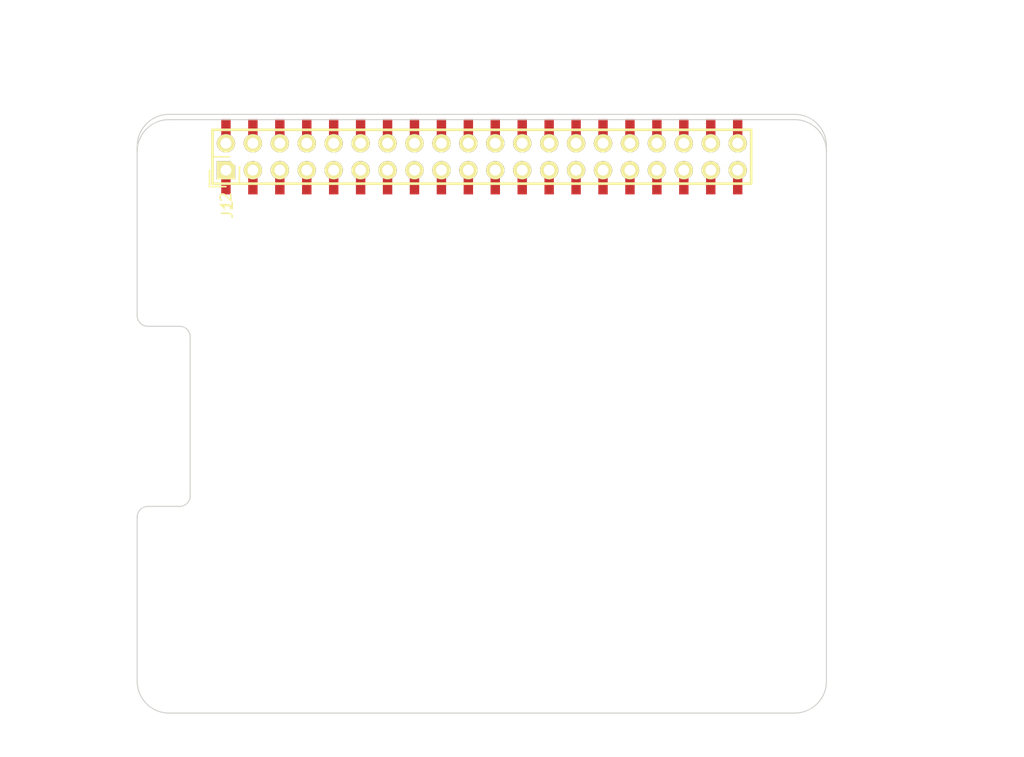
<source format=kicad_pcb>
(kicad_pcb (version 20211014) (generator pcbnew)
  (layers (0 "F.Cu" signal) (31 "B.Cu" signal) (34 "B.Paste" user) (35 "F.Paste" user) (36 "B.SilkS" user "B.Silkscreen") (37 "F.SilkS" user "F.Silkscreen") (38 "B.Mask" user) (39 "F.Mask" user) (44 "Edge.Cuts" user))
  (net 0 "")
  (net 1 "Net-(J1-Pad34)")
  (net 2 "Net-(J1-Pad36)")
  (net 3 "Net-(J1-Pad40)")
  (net 4 "Net-(J1-Pad38)")
  (net 5 "Net-(J1-Pad18)")
  (net 6 "Net-(J1-Pad20)")
  (net 7 "Net-(J1-Pad24)")
  (net 8 "Net-(J1-Pad22)")
  (net 9 "Net-(J1-Pad30)")
  (net 10 "Net-(J1-Pad32)")
  (net 11 "Net-(J1-Pad28)")
  (net 12 "Net-(J1-Pad26)")
  (net 13 "Net-(J1-Pad10)")
  (net 14 "Net-(J1-Pad12)")
  (net 15 "Net-(J1-Pad16)")
  (net 16 "Net-(J1-Pad14)")
  (net 17 "Net-(J1-Pad6)")
  (net 18 "Net-(J1-Pad8)")
  (net 19 "Net-(J1-Pad4)")
  (net 20 "Net-(J1-Pad2)")
  (net 21 "Net-(J1-Pad39)")
  (net 22 "Net-(J1-Pad37)")
  (net 23 "Net-(J1-Pad33)")
  (net 24 "Net-(J1-Pad35)")
  (net 25 "Net-(J1-Pad27)")
  (net 26 "Net-(J1-Pad25)")
  (net 27 "Net-(J1-Pad29)")
  (net 28 "Net-(J1-Pad31)")
  (net 29 "Net-(J1-Pad23)")
  (net 30 "Net-(J1-Pad21)")
  (net 31 "Net-(J1-Pad17)")
  (net 32 "Net-(J1-Pad19)")
  (net 33 "Net-(J1-Pad3)")
  (net 34 "Net-(J1-Pad1)")
  (net 35 "Net-(J1-Pad5)")
  (net 36 "Net-(J1-Pad7)")
  (net 37 "Net-(J1-Pad15)")
  (net 38 "Net-(J1-Pad13)")
  (net 39 "Net-(J1-Pad9)")
  (net 40 "Net-(J1-Pad11)")
  (net 41 "Net-(J2-Pad1)")
  (net 42 "Net-(J2-Pad2)")
  (net 43 "Net-(J2-Pad3)")
  (net 44 "Net-(J2-Pad4)")
  (net 45 "Net-(J2-Pad5)")
  (net 46 "Net-(J2-Pad6)")
  (net 47 "Net-(J2-Pad7)")
  (net 48 "Net-(J2-Pad8)")
  (net 49 "Net-(J2-Pad9)")
  (net 50 "Net-(J2-Pad10)")
  (net 51 "Net-(J2-Pad11)")
  (net 52 "Net-(J2-Pad12)")
  (net 53 "Net-(J2-Pad13)")
  (net 54 "Net-(J2-Pad14)")
  (net 55 "Net-(J2-Pad15)")
  (net 56 "Net-(J2-Pad16)")
  (net 57 "Net-(J2-Pad17)")
  (net 58 "Net-(J2-Pad18)")
  (net 59 "Net-(J2-Pad19)")
  (net 60 "Net-(J2-Pad20)")
  (net 61 "Net-(J2-Pad21)")
  (net 62 "Net-(J2-Pad22)")
  (net 63 "Net-(J2-Pad23)")
  (net 64 "Net-(J2-Pad24)")
  (net 65 "Net-(J2-Pad25)")
  (net 66 "Net-(J2-Pad26)")
  (net 67 "Net-(J2-Pad27)")
  (net 68 "Net-(J2-Pad28)")
  (net 69 "Net-(J2-Pad29)")
  (net 70 "Net-(J2-Pad30)")
  (net 71 "Net-(J2-Pad31)")
  (net 72 "Net-(J2-Pad32)")
  (net 73 "Net-(J2-Pad33)")
  (net 74 "Net-(J2-Pad34)")
  (net 75 "Net-(J2-Pad35)")
  (net 76 "Net-(J2-Pad36)")
  (net 77 "Net-(J2-Pad37)")
  (net 78 "Net-(J2-Pad38)")
  (net 79 "Net-(J2-Pad39)")
  (net 80 "Net-(J2-Pad40)")
  (footprint "RPi_Hat:RPi_Hat_Mounting_Hole" (layer "F.Cu") (at 152 51.8)
    (fp_text reference "" hide)
    (fp_text value "" hide)
    (pad "" np_thru_hole circle locked (at 0 0) (size 2.75 2.75) (drill 2.75) (layers *.Cu *.Mask) (clearance 1.725))
  )
  (footprint "RPi_Hat:RPi_Hat_Mounting_Hole" (layer "F.Cu") (at 94 51.8)
    (fp_text reference "" hide)
    (fp_text value "" hide)
    (pad "" np_thru_hole circle locked (at 0 0) (size 2.75 2.75) (drill 2.75) (layers *.Cu *.Mask) (clearance 1.725))
  )
  (footprint "RPi_Hat:RPi_Hat_Mounting_Hole" (layer "F.Cu") (at 94 100.8)
    (fp_text reference "" hide)
    (fp_text value "" hide)
    (pad "" np_thru_hole circle locked (at 0 0) (size 2.75 2.75) (drill 2.75) (layers *.Cu *.Mask) (clearance 1.725))
  )
  (footprint "RPi_Hat:RPi_Hat_Mounting_Hole" (layer "F.Cu") (at 152 100.8)
    (fp_text reference "" hide)
    (fp_text value "" hide)
    (pad "" np_thru_hole circle locked (at 0 0) (size 2.75 2.75) (drill 2.75) (layers *.Cu *.Mask) (clearance 1.725))
  )
  (footprint "RPi_Hat:Pin_Header_Straight_2x20" (layer "F.Cu") (at 123 51.8 90)
    (fp_text reference "J2" (at -4.191 -24.13 270) (layer "F.SilkS"))
    (fp_text value "RPi_GPIO")
    (fp_line (start 2.54 25.4) (end 2.54 -25.4) (layer "F.SilkS") (width 0.15))
    (fp_line (start 0 -22.86) (end -2.54 -22.86) (layer "F.SilkS") (width 0.15))
    (fp_line (start 2.54 25.4) (end -2.54 25.4) (layer "F.SilkS") (width 0.15))
    (fp_line (start 2.54 -25.4) (end 0 -25.4) (layer "F.SilkS") (width 0.15))
    (fp_line (start -2.54 -22.86) (end -2.54 25.4) (layer "F.SilkS") (width 0.15))
    (fp_line (start -1.27 -25.68) (end -2.82 -25.68) (layer "F.SilkS") (width 0.15))
    (fp_line (start -2.82 -25.68) (end -2.82 -24.13) (layer "F.SilkS") (width 0.15))
    (fp_line (start 0 -25.4) (end 0 -22.86) (layer "F.SilkS") (width 0.15))
    (pad "1" thru_hole rect locked (at -1.27 -24.13 90) (size 1.7272 1.7272) (drill 1.016) (layers *.Cu *.Mask "F.SilkS") (net 41 "Net-(J2-Pad1)"))
    (pad "2" thru_hole oval locked (at 1.27 -24.13 90) (size 1.7272 1.7272) (drill 1.016) (layers *.Cu *.Mask "F.SilkS") (net 42 "Net-(J2-Pad2)"))
    (pad "3" thru_hole oval locked (at -1.27 -21.59 90) (size 1.7272 1.7272) (drill 1.016) (layers *.Cu *.Mask "F.SilkS") (net 43 "Net-(J2-Pad3)"))
    (pad "4" thru_hole oval locked (at 1.27 -21.59 90) (size 1.7272 1.7272) (drill 1.016) (layers *.Cu *.Mask "F.SilkS") (net 44 "Net-(J2-Pad4)"))
    (pad "5" thru_hole oval locked (at -1.27 -19.05 90) (size 1.7272 1.7272) (drill 1.016) (layers *.Cu *.Mask "F.SilkS") (net 45 "Net-(J2-Pad5)"))
    (pad "6" thru_hole oval locked (at 1.27 -19.05 90) (size 1.7272 1.7272) (drill 1.016) (layers *.Cu *.Mask "F.SilkS") (net 46 "Net-(J2-Pad6)"))
    (pad "7" thru_hole oval locked (at -1.27 -16.51 90) (size 1.7272 1.7272) (drill 1.016) (layers *.Cu *.Mask "F.SilkS") (net 47 "Net-(J2-Pad7)"))
    (pad "8" thru_hole oval locked (at 1.27 -16.51 90) (size 1.7272 1.7272) (drill 1.016) (layers *.Cu *.Mask "F.SilkS") (net 48 "Net-(J2-Pad8)"))
    (pad "9" thru_hole oval locked (at -1.27 -13.97 90) (size 1.7272 1.7272) (drill 1.016) (layers *.Cu *.Mask "F.SilkS") (net 49 "Net-(J2-Pad9)"))
    (pad "10" thru_hole oval locked (at 1.27 -13.97 90) (size 1.7272 1.7272) (drill 1.016) (layers *.Cu *.Mask "F.SilkS") (net 50 "Net-(J2-Pad10)"))
    (pad "11" thru_hole oval locked (at -1.27 -11.43 90) (size 1.7272 1.7272) (drill 1.016) (layers *.Cu *.Mask "F.SilkS") (net 51 "Net-(J2-Pad11)"))
    (pad "12" thru_hole oval locked (at 1.27 -11.43 90) (size 1.7272 1.7272) (drill 1.016) (layers *.Cu *.Mask "F.SilkS") (net 52 "Net-(J2-Pad12)"))
    (pad "13" thru_hole oval locked (at -1.27 -8.89 90) (size 1.7272 1.7272) (drill 1.016) (layers *.Cu *.Mask "F.SilkS") (net 53 "Net-(J2-Pad13)"))
    (pad "14" thru_hole oval locked (at 1.27 -8.89 90) (size 1.7272 1.7272) (drill 1.016) (layers *.Cu *.Mask "F.SilkS") (net 54 "Net-(J2-Pad14)"))
    (pad "15" thru_hole oval locked (at -1.27 -6.35 90) (size 1.7272 1.7272) (drill 1.016) (layers *.Cu *.Mask "F.SilkS") (net 55 "Net-(J2-Pad15)"))
    (pad "16" thru_hole oval locked (at 1.27 -6.35 90) (size 1.7272 1.7272) (drill 1.016) (layers *.Cu *.Mask "F.SilkS") (net 56 "Net-(J2-Pad16)"))
    (pad "17" thru_hole oval locked (at -1.27 -3.81 90) (size 1.7272 1.7272) (drill 1.016) (layers *.Cu *.Mask "F.SilkS") (net 57 "Net-(J2-Pad17)"))
    (pad "18" thru_hole oval locked (at 1.27 -3.81 90) (size 1.7272 1.7272) (drill 1.016) (layers *.Cu *.Mask "F.SilkS") (net 58 "Net-(J2-Pad18)"))
    (pad "19" thru_hole oval locked (at -1.27 -1.27 90) (size 1.7272 1.7272) (drill 1.016) (layers *.Cu *.Mask "F.SilkS") (net 59 "Net-(J2-Pad19)"))
    (pad "20" thru_hole oval locked (at 1.27 -1.27 90) (size 1.7272 1.7272) (drill 1.016) (layers *.Cu *.Mask "F.SilkS") (net 60 "Net-(J2-Pad20)"))
    (pad "21" thru_hole oval locked (at -1.27 1.27 90) (size 1.7272 1.7272) (drill 1.016) (layers *.Cu *.Mask "F.SilkS") (net 61 "Net-(J2-Pad21)"))
    (pad "22" thru_hole oval locked (at 1.27 1.27 90) (size 1.7272 1.7272) (drill 1.016) (layers *.Cu *.Mask "F.SilkS") (net 62 "Net-(J2-Pad22)"))
    (pad "23" thru_hole oval locked (at -1.27 3.81 90) (size 1.7272 1.7272) (drill 1.016) (layers *.Cu *.Mask "F.SilkS") (net 63 "Net-(J2-Pad23)"))
    (pad "24" thru_hole oval locked (at 1.27 3.81 90) (size 1.7272 1.7272) (drill 1.016) (layers *.Cu *.Mask "F.SilkS") (net 64 "Net-(J2-Pad24)"))
    (pad "25" thru_hole oval locked (at -1.27 6.35 90) (size 1.7272 1.7272) (drill 1.016) (layers *.Cu *.Mask "F.SilkS") (net 65 "Net-(J2-Pad25)"))
    (pad "26" thru_hole oval locked (at 1.27 6.35 90) (size 1.7272 1.7272) (drill 1.016) (layers *.Cu *.Mask "F.SilkS") (net 66 "Net-(J2-Pad26)"))
    (pad "27" thru_hole oval locked (at -1.27 8.89 90) (size 1.7272 1.7272) (drill 1.016) (layers *.Cu *.Mask "F.SilkS") (net 67 "Net-(J2-Pad27)"))
    (pad "28" thru_hole oval locked (at 1.27 8.89 90) (size 1.7272 1.7272) (drill 1.016) (layers *.Cu *.Mask "F.SilkS") (net 68 "Net-(J2-Pad28)"))
    (pad "29" thru_hole oval locked (at -1.27 11.43 90) (size 1.7272 1.7272) (drill 1.016) (layers *.Cu *.Mask "F.SilkS") (net 69 "Net-(J2-Pad29)"))
    (pad "30" thru_hole oval locked (at 1.27 11.43 90) (size 1.7272 1.7272) (drill 1.016) (layers *.Cu *.Mask "F.SilkS") (net 70 "Net-(J2-Pad30)"))
    (pad "31" thru_hole oval locked (at -1.27 13.97 90) (size 1.7272 1.7272) (drill 1.016) (layers *.Cu *.Mask "F.SilkS") (net 71 "Net-(J2-Pad31)"))
    (pad "32" thru_hole oval locked (at 1.27 13.97 90) (size 1.7272 1.7272) (drill 1.016) (layers *.Cu *.Mask "F.SilkS") (net 72 "Net-(J2-Pad32)"))
    (pad "33" thru_hole oval locked (at -1.27 16.51 90) (size 1.7272 1.7272) (drill 1.016) (layers *.Cu *.Mask "F.SilkS") (net 73 "Net-(J2-Pad33)"))
    (pad "34" thru_hole oval locked (at 1.27 16.51 90) (size 1.7272 1.7272) (drill 1.016) (layers *.Cu *.Mask "F.SilkS") (net 74 "Net-(J2-Pad34)"))
    (pad "35" thru_hole oval locked (at -1.27 19.05 90) (size 1.7272 1.7272) (drill 1.016) (layers *.Cu *.Mask "F.SilkS") (net 75 "Net-(J2-Pad35)"))
    (pad "36" thru_hole oval locked (at 1.27 19.05 90) (size 1.7272 1.7272) (drill 1.016) (layers *.Cu *.Mask "F.SilkS") (net 76 "Net-(J2-Pad36)"))
    (pad "37" thru_hole oval locked (at -1.27 21.59 90) (size 1.7272 1.7272) (drill 1.016) (layers *.Cu *.Mask "F.SilkS") (net 77 "Net-(J2-Pad37)"))
    (pad "38" thru_hole oval locked (at 1.27 21.59 90) (size 1.7272 1.7272) (drill 1.016) (layers *.Cu *.Mask "F.SilkS") (net 78 "Net-(J2-Pad38)"))
    (pad "39" thru_hole oval locked (at -1.27 24.13 90) (size 1.7272 1.7272) (drill 1.016) (layers *.Cu *.Mask "F.SilkS") (net 79 "Net-(J2-Pad39)"))
    (pad "40" thru_hole oval locked (at 1.27 24.13 90) (size 1.7272 1.7272) (drill 1.016) (layers *.Cu *.Mask "F.SilkS") (net 80 "Net-(J2-Pad40)"))
  )
  (footprint "RPi_Hat:Samtec_HLE-120-02-XXX-DV-BE-XX-XX" (layer "F.Cu") (at 123 51.8 90)
    (fp_text reference "J1" (at -5 -24 90) (layer "F.SilkS"))
    (fp_text value "RPi_GPIO")
    (fp_line (start -2.54 -25.4) (end 2.54 -25.4) (layer "F.SilkS") (width 0.254))
    (fp_line (start 2.54 25.4) (end -2.54 25.4) (layer "F.SilkS") (width 0.254))
    (fp_line (start -2.54 25.4) (end -2.54 -25.4) (layer "F.SilkS") (width 0.254))
    (fp_line (start 2.54 -25.4) (end 2.54 25.4) (layer "F.SilkS") (width 0.254))
    (pad "" np_thru_hole circle locked (at -1.27 -21.59) (size 0.9652 0.9652) (drill 0.9652) (layers *.Cu *.Mask "F.SilkS"))
    (pad "" np_thru_hole circle locked (at 1.27 6.35) (size 0.9652 0.9652) (drill 0.9652) (layers *.Cu *.Mask "F.SilkS"))
    (pad "" np_thru_hole circle locked (at 1.27 24.13) (size 0.9652 0.9652) (drill 0.9652) (layers *.Cu *.Mask "F.SilkS"))
    (pad "" np_thru_hole circle locked (at 1.27 3.81) (size 0.9652 0.9652) (drill 0.9652) (layers *.Cu *.Mask "F.SilkS"))
    (pad "" np_thru_hole circle locked (at 1.27 -6.35) (size 0.9652 0.9652) (drill 0.9652) (layers *.Cu *.Mask "F.SilkS"))
    (pad "" np_thru_hole circle locked (at 1.27 -1.27) (size 0.9652 0.9652) (drill 0.9652) (layers *.Cu *.Mask "F.SilkS"))
    (pad "" np_thru_hole circle locked (at 1.27 8.89) (size 0.9652 0.9652) (drill 0.9652) (layers *.Cu *.Mask "F.SilkS"))
    (pad "" np_thru_hole circle locked (at 0 22.86) (size 1.778 1.778) (drill 1.778) (layers *.Cu *.Mask "F.SilkS"))
    (pad "" np_thru_hole circle locked (at 1.27 11.43) (size 0.9652 0.9652) (drill 0.9652) (layers *.Cu *.Mask "F.SilkS"))
    (pad "" np_thru_hole circle locked (at 1.27 -19.05) (size 0.9652 0.9652) (drill 0.9652) (layers *.Cu *.Mask "F.SilkS"))
    (pad "" np_thru_hole circle locked (at -1.27 13.97) (size 0.9652 0.9652) (drill 0.9652) (layers *.Cu *.Mask "F.SilkS"))
    (pad "" np_thru_hole circle locked (at -1.27 19.05) (size 0.9652 0.9652) (drill 0.9652) (layers *.Cu *.Mask "F.SilkS"))
    (pad "" np_thru_hole circle locked (at 1.27 16.51) (size 0.9652 0.9652) (drill 0.9652) (layers *.Cu *.Mask "F.SilkS"))
    (pad "" np_thru_hole circle locked (at 1.27 13.97) (size 0.9652 0.9652) (drill 0.9652) (layers *.Cu *.Mask "F.SilkS"))
    (pad "" np_thru_hole circle locked (at 1.27 -21.59) (size 0.9652 0.9652) (drill 0.9652) (layers *.Cu *.Mask "F.SilkS"))
    (pad "" np_thru_hole circle locked (at -1.27 -6.35) (size 0.9652 0.9652) (drill 0.9652) (layers *.Cu *.Mask "F.SilkS"))
    (pad "" np_thru_hole circle locked (at 1.27 -16.51) (size 0.9652 0.9652) (drill 0.9652) (layers *.Cu *.Mask "F.SilkS"))
    (pad "" np_thru_hole circle locked (at 1.27 -3.81) (size 0.9652 0.9652) (drill 0.9652) (layers *.Cu *.Mask "F.SilkS"))
    (pad "" np_thru_hole circle locked (at -1.27 1.27) (size 0.9652 0.9652) (drill 0.9652) (layers *.Cu *.Mask "F.SilkS"))
    (pad "" np_thru_hole circle locked (at 0 -22.86) (size 1.778 1.778) (drill 1.778) (layers *.Cu *.Mask "F.SilkS"))
    (pad "" np_thru_hole circle locked (at 1.27 -8.89) (size 0.9652 0.9652) (drill 0.9652) (layers *.Cu *.Mask "F.SilkS"))
    (pad "" np_thru_hole circle locked (at -1.27 8.89) (size 0.9652 0.9652) (drill 0.9652) (layers *.Cu *.Mask "F.SilkS"))
    (pad "" np_thru_hole circle locked (at -1.27 -3.81) (size 0.9652 0.9652) (drill 0.9652) (layers *.Cu *.Mask "F.SilkS"))
    (pad "" np_thru_hole circle locked (at -1.27 -1.27) (size 0.9652 0.9652) (drill 0.9652) (layers *.Cu *.Mask "F.SilkS"))
    (pad "" np_thru_hole circle locked (at -1.27 -8.89) (size 0.9652 0.9652) (drill 0.9652) (layers *.Cu *.Mask "F.SilkS"))
    (pad "" np_thru_hole circle locked (at 1.27 1.27) (size 0.9652 0.9652) (drill 0.9652) (layers *.Cu *.Mask "F.SilkS"))
    (pad "" np_thru_hole circle locked (at -1.27 24.13) (size 0.9652 0.9652) (drill 0.9652) (layers *.Cu *.Mask "F.SilkS"))
    (pad "" np_thru_hole circle locked (at -1.27 16.51) (size 0.9652 0.9652) (drill 0.9652) (layers *.Cu *.Mask "F.SilkS"))
    (pad "" np_thru_hole circle locked (at -1.27 -16.51) (size 0.9652 0.9652) (drill 0.9652) (layers *.Cu *.Mask "F.SilkS"))
    (pad "" np_thru_hole circle locked (at -1.27 -24.13) (size 0.9652 0.9652) (drill 0.9652) (layers *.Cu *.Mask "F.SilkS"))
    (pad "" np_thru_hole circle locked (at -1.27 6.35) (size 0.9652 0.9652) (drill 0.9652) (layers *.Cu *.Mask "F.SilkS"))
    (pad "" np_thru_hole circle locked (at 1.27 -11.43) (size 0.9652 0.9652) (drill 0.9652) (layers *.Cu *.Mask "F.SilkS"))
    (pad "" np_thru_hole circle locked (at 1.27 -13.97) (size 0.9652 0.9652) (drill 0.9652) (layers *.Cu *.Mask "F.SilkS"))
    (pad "" np_thru_hole circle locked (at 1.27 21.59) (size 0.9652 0.9652) (drill 0.9652) (layers *.Cu *.Mask "F.SilkS"))
    (pad "" np_thru_hole circle locked (at -1.27 -11.43) (size 0.9652 0.9652) (drill 0.9652) (layers *.Cu *.Mask "F.SilkS"))
    (pad "" np_thru_hole circle locked (at 1.27 19.05) (size 0.9652 0.9652) (drill 0.9652) (layers *.Cu *.Mask "F.SilkS"))
    (pad "" np_thru_hole circle locked (at -1.27 -19.05) (size 0.9652 0.9652) (drill 0.9652) (layers *.Cu *.Mask "F.SilkS"))
    (pad "" np_thru_hole circle locked (at -1.27 -13.97) (size 0.9652 0.9652) (drill 0.9652) (layers *.Cu *.Mask "F.SilkS"))
    (pad "" np_thru_hole circle locked (at -1.27 21.59) (size 0.9652 0.9652) (drill 0.9652) (layers *.Cu *.Mask "F.SilkS"))
    (pad "" np_thru_hole circle locked (at -1.27 3.81) (size 0.9652 0.9652) (drill 0.9652) (layers *.Cu *.Mask "F.SilkS"))
    (pad "" np_thru_hole circle locked (at -1.27 11.43) (size 0.9652 0.9652) (drill 0.9652) (layers *.Cu *.Mask "F.SilkS"))
    (pad "" np_thru_hole circle locked (at 1.27 -24.13) (size 0.9652 0.9652) (drill 0.9652) (layers *.Cu *.Mask "F.SilkS"))
    (pad "1" smd rect locked (at -2.7178 -24.13 180) (size 0.889 1.6764) (layers "F.Cu" "F.Paste" "F.Mask") (net 34 "Net-(J1-Pad1)"))
    (pad "2" smd rect locked (at 2.7178 -24.13 180) (size 0.889 1.6764) (layers "F.Cu" "F.Paste" "F.Mask") (net 20 "Net-(J1-Pad2)"))
    (pad "3" smd rect locked (at -2.7178 -21.59 180) (size 0.889 1.6764) (layers "F.Cu" "F.Paste" "F.Mask") (net 33 "Net-(J1-Pad3)"))
    (pad "4" smd rect locked (at 2.7178 -21.59 180) (size 0.889 1.6764) (layers "F.Cu" "F.Paste" "F.Mask") (net 19 "Net-(J1-Pad4)"))
    (pad "5" smd rect locked (at -2.7178 -19.05 180) (size 0.889 1.6764) (layers "F.Cu" "F.Paste" "F.Mask") (net 35 "Net-(J1-Pad5)"))
    (pad "6" smd rect locked (at 2.7178 -19.05 180) (size 0.889 1.6764) (layers "F.Cu" "F.Paste" "F.Mask") (net 17 "Net-(J1-Pad6)"))
    (pad "7" smd rect locked (at -2.7178 -16.51 180) (size 0.889 1.6764) (layers "F.Cu" "F.Paste" "F.Mask") (net 36 "Net-(J1-Pad7)"))
    (pad "8" smd rect locked (at 2.7178 -16.51 180) (size 0.889 1.6764) (layers "F.Cu" "F.Paste" "F.Mask") (net 18 "Net-(J1-Pad8)"))
    (pad "9" smd rect locked (at -2.7178 -13.97 180) (size 0.889 1.6764) (layers "F.Cu" "F.Paste" "F.Mask") (net 39 "Net-(J1-Pad9)"))
    (pad "10" smd rect locked (at 2.7178 -13.97 180) (size 0.889 1.6764) (layers "F.Cu" "F.Paste" "F.Mask") (net 13 "Net-(J1-Pad10)"))
    (pad "11" smd rect locked (at -2.7178 -11.43 180) (size 0.889 1.6764) (layers "F.Cu" "F.Paste" "F.Mask") (net 40 "Net-(J1-Pad11)"))
    (pad "12" smd rect locked (at 2.7178 -11.43 180) (size 0.889 1.6764) (layers "F.Cu" "F.Paste" "F.Mask") (net 14 "Net-(J1-Pad12)"))
    (pad "13" smd rect locked (at -2.7178 -8.89 180) (size 0.889 1.6764) (layers "F.Cu" "F.Paste" "F.Mask") (net 38 "Net-(J1-Pad13)"))
    (pad "14" smd rect locked (at 2.7178 -8.89 180) (size 0.889 1.6764) (layers "F.Cu" "F.Paste" "F.Mask") (net 16 "Net-(J1-Pad14)"))
    (pad "15" smd rect locked (at -2.7178 -6.35 180) (size 0.889 1.6764) (layers "F.Cu" "F.Paste" "F.Mask") (net 37 "Net-(J1-Pad15)"))
    (pad "16" smd rect locked (at 2.7178 -6.35 180) (size 0.889 1.6764) (layers "F.Cu" "F.Paste" "F.Mask") (net 15 "Net-(J1-Pad16)"))
    (pad "17" smd rect locked (at -2.7178 -3.81 180) (size 0.889 1.6764) (layers "F.Cu" "F.Paste" "F.Mask") (net 31 "Net-(J1-Pad17)"))
    (pad "18" smd rect locked (at 2.7178 -3.81 180) (size 0.889 1.6764) (layers "F.Cu" "F.Paste" "F.Mask") (net 5 "Net-(J1-Pad18)"))
    (pad "19" smd rect locked (at -2.7178 -1.27 180) (size 0.889 1.6764) (layers "F.Cu" "F.Paste" "F.Mask") (net 32 "Net-(J1-Pad19)"))
    (pad "20" smd rect locked (at 2.7178 -1.27 180) (size 0.889 1.6764) (layers "F.Cu" "F.Paste" "F.Mask") (net 6 "Net-(J1-Pad20)"))
    (pad "21" smd rect locked (at -2.7178 1.27 180) (size 0.889 1.6764) (layers "F.Cu" "F.Paste" "F.Mask") (net 30 "Net-(J1-Pad21)"))
    (pad "22" smd rect locked (at 2.7178 1.27 180) (size 0.889 1.6764) (layers "F.Cu" "F.Paste" "F.Mask") (net 8 "Net-(J1-Pad22)"))
    (pad "23" smd rect locked (at -2.7178 3.81 180) (size 0.889 1.6764) (layers "F.Cu" "F.Paste" "F.Mask") (net 29 "Net-(J1-Pad23)"))
    (pad "24" smd rect locked (at 2.7178 3.81 180) (size 0.889 1.6764) (layers "F.Cu" "F.Paste" "F.Mask") (net 7 "Net-(J1-Pad24)"))
    (pad "25" smd rect locked (at -2.7178 6.35 180) (size 0.889 1.6764) (layers "F.Cu" "F.Paste" "F.Mask") (net 26 "Net-(J1-Pad25)"))
    (pad "26" smd rect locked (at 2.7178 6.35 180) (size 0.889 1.6764) (layers "F.Cu" "F.Paste" "F.Mask") (net 12 "Net-(J1-Pad26)"))
    (pad "27" smd rect locked (at -2.7178 8.89 180) (size 0.889 1.6764) (layers "F.Cu" "F.Paste" "F.Mask") (net 25 "Net-(J1-Pad27)"))
    (pad "28" smd rect locked (at 2.7178 8.89 180) (size 0.889 1.6764) (layers "F.Cu" "F.Paste" "F.Mask") (net 11 "Net-(J1-Pad28)"))
    (pad "29" smd rect locked (at -2.7178 11.43 180) (size 0.889 1.6764) (layers "F.Cu" "F.Paste" "F.Mask") (net 27 "Net-(J1-Pad29)"))
    (pad "30" smd rect locked (at 2.7178 11.43 180) (size 0.889 1.6764) (layers "F.Cu" "F.Paste" "F.Mask") (net 9 "Net-(J1-Pad30)"))
    (pad "31" smd rect locked (at -2.7178 13.97 180) (size 0.889 1.6764) (layers "F.Cu" "F.Paste" "F.Mask") (net 28 "Net-(J1-Pad31)"))
    (pad "32" smd rect locked (at 2.7178 13.97 180) (size 0.889 1.6764) (layers "F.Cu" "F.Paste" "F.Mask") (net 10 "Net-(J1-Pad32)"))
    (pad "33" smd rect locked (at -2.7178 16.51 180) (size 0.889 1.6764) (layers "F.Cu" "F.Paste" "F.Mask") (net 23 "Net-(J1-Pad33)"))
    (pad "34" smd rect locked (at 2.7178 16.51 180) (size 0.889 1.6764) (layers "F.Cu" "F.Paste" "F.Mask") (net 1 "Net-(J1-Pad34)"))
    (pad "35" smd rect locked (at -2.7178 19.05 180) (size 0.889 1.6764) (layers "F.Cu" "F.Paste" "F.Mask") (net 24 "Net-(J1-Pad35)"))
    (pad "36" smd rect locked (at 2.7178 19.05 180) (size 0.889 1.6764) (layers "F.Cu" "F.Paste" "F.Mask") (net 2 "Net-(J1-Pad36)"))
    (pad "37" smd rect locked (at -2.7178 21.59 180) (size 0.889 1.6764) (layers "F.Cu" "F.Paste" "F.Mask") (net 22 "Net-(J1-Pad37)"))
    (pad "38" smd rect locked (at 2.7178 21.59 180) (size 0.889 1.6764) (layers "F.Cu" "F.Paste" "F.Mask") (net 4 "Net-(J1-Pad38)"))
    (pad "39" smd rect locked (at -2.7178 24.13 180) (size 0.889 1.6764) (layers "F.Cu" "F.Paste" "F.Mask") (net 21 "Net-(J1-Pad39)"))
    (pad "40" smd rect locked (at 2.7178 24.13 180) (size 0.889 1.6764) (layers "F.Cu" "F.Paste" "F.Mask") (net 3 "Net-(J1-Pad40)"))
  )
  (gr_arc (start 152.5 47.8) (mid 154.62132 48.67868) (end 155.5 50.8) (layer "Edge.Cuts") (width 0.1))
  (gr_arc (start 90.5 50.8) (mid 91.37868 48.67868) (end 93.5 47.8) (layer "Edge.Cuts") (width 0.1))
  (gr_arc (start 93.5 104.3) (mid 91.37868 103.42132) (end 90.5 101.3) (layer "Edge.Cuts") (width 0.1))
  (gr_arc (start 155.5 101.3) (mid 154.62132 103.42132) (end 152.5 104.3) (layer "Edge.Cuts") (width 0.1))
  (gr_arc (start 91.5 67.8) (mid 90.792893 67.507107) (end 90.5 66.8) (layer "Edge.Cuts") (width 0.1))
  (gr_arc (start 94.5 67.8) (mid 95.207107 68.092893) (end 95.5 68.8) (layer "Edge.Cuts") (width 0.1))
  (gr_arc (start 95.5 83.8) (mid 95.207107 84.507107) (end 94.5 84.8) (layer "Edge.Cuts") (width 0.1))
  (gr_arc (start 90.5 85.8) (mid 90.792893 85.092893) (end 91.5 84.8) (layer "Edge.Cuts") (width 0.1))
  (gr_arc (start 90.5 51.3) (mid 91.37868 49.17868) (end 93.5 48.3) (layer "Edge.Cuts") (width 0.1))
  (gr_line (start 93.5 48.3) (end 152.5 48.3) (layer "Edge.Cuts") (width 0.1))
  (gr_arc (start 152.5 48.3) (mid 154.62132 49.17868) (end 155.5 51.3) (layer "Edge.Cuts") (width 0.1))
  (gr_line (start 95.5 68.8) (end 95.5 83.8) (layer "Edge.Cuts") (width 0.1))
  (gr_line (start 93.5 47.8) (end 152.5 47.8) (layer "Edge.Cuts") (width 0.1))
  (gr_line (start 90.5 85.8) (end 90.5 101.3) (layer "Edge.Cuts") (width 0.1))
  (gr_line (start 91.5 84.8) (end 94.5 84.8) (layer "Edge.Cuts") (width 0.1))
  (gr_line (start 90.5 50.8) (end 90.5 66.8) (layer "Edge.Cuts") (width 0.1))
  (gr_line (start 93.5 104.3) (end 152.5 104.3) (layer "Edge.Cuts") (width 0.1))
  (gr_line (start 155.5 50.8) (end 155.5 101.3) (layer "Edge.Cuts") (width 0.1))
  (gr_line (start 91.5 67.8) (end 94.5 67.8) (layer "Edge.Cuts") (width 0.1))
)
</source>
